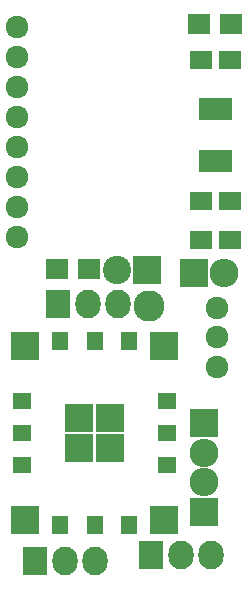
<source format=gts>
G04 #@! TF.FileFunction,Soldermask,Top*
%FSLAX46Y46*%
G04 Gerber Fmt 4.6, Leading zero omitted, Abs format (unit mm)*
G04 Created by KiCad (PCBNEW 4.0.2+dfsg1-stable) date Mon 26 Aug 2019 07:35:53 PM UTC*
%MOMM*%
G01*
G04 APERTURE LIST*
%ADD10C,0.100000*%
%ADD11R,2.400000X2.400000*%
%ADD12C,2.400000*%
%ADD13R,2.127200X2.432000*%
%ADD14O,2.127200X2.432000*%
%ADD15C,2.635200*%
%ADD16C,1.924000*%
%ADD17R,1.900000X1.650000*%
%ADD18R,1.900000X1.700000*%
%ADD19R,0.850000X1.850000*%
%ADD20R,2.432000X2.432000*%
%ADD21O,2.432000X2.432000*%
%ADD22R,1.400000X1.600000*%
%ADD23R,1.600000X1.400000*%
G04 APERTURE END LIST*
D10*
D11*
X152933400Y-91948000D03*
D12*
X150393400Y-91948000D03*
D13*
X143510000Y-116586000D03*
D14*
X146050000Y-116586000D03*
X148590000Y-116586000D03*
D13*
X153289000Y-116103400D03*
D14*
X155829000Y-116103400D03*
X158369000Y-116103400D03*
D15*
X153156920Y-95011240D03*
D13*
X145450560Y-94833440D03*
D14*
X147990560Y-94833440D03*
X150530560Y-94833440D03*
D16*
X158877000Y-97663000D03*
X158877000Y-95163000D03*
X158877000Y-100163000D03*
X141986000Y-71374000D03*
X141986000Y-73914000D03*
X141986000Y-76454000D03*
X141986000Y-78994000D03*
X141986000Y-81534000D03*
X141986000Y-84074000D03*
X141986000Y-86614000D03*
X141986000Y-89154000D03*
D17*
X157500000Y-86106000D03*
X160000000Y-86106000D03*
X157500000Y-89408000D03*
X160000000Y-89408000D03*
X157500000Y-74168000D03*
X160000000Y-74168000D03*
D18*
X160100000Y-71120000D03*
X157400000Y-71120000D03*
D19*
X157775000Y-82718000D03*
X158425000Y-82718000D03*
X159075000Y-82718000D03*
X159725000Y-82718000D03*
X159725000Y-78318000D03*
X159075000Y-78318000D03*
X158425000Y-78318000D03*
X157775000Y-78318000D03*
D18*
X145335000Y-91897200D03*
X148035000Y-91897200D03*
D20*
X156972000Y-92202000D03*
D21*
X159512000Y-92202000D03*
D20*
X157810200Y-104952800D03*
D21*
X157810200Y-107492800D03*
D20*
X157810200Y-112471200D03*
D21*
X157810200Y-109931200D03*
D11*
X154379040Y-98430840D03*
D22*
X151429040Y-98030840D03*
X148529040Y-98030840D03*
X145629040Y-98030840D03*
D11*
X142679040Y-98430840D03*
D23*
X142379040Y-103080840D03*
X142379040Y-105780840D03*
X142379040Y-108480840D03*
D11*
X142679040Y-113130840D03*
D22*
X145629040Y-113530840D03*
X148529040Y-113530840D03*
X151429040Y-113530840D03*
D11*
X154379040Y-113130840D03*
D23*
X154679040Y-108480840D03*
X154679040Y-105780840D03*
X154679040Y-103080840D03*
D11*
X149829040Y-104480840D03*
X147229040Y-104480840D03*
X147229040Y-107080840D03*
X149829040Y-107080840D03*
M02*

</source>
